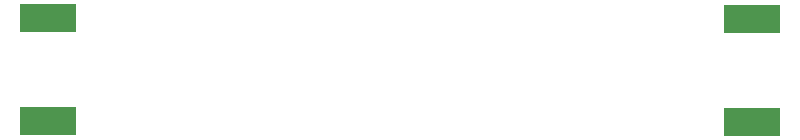
<source format=gbr>
G04 #@! TF.GenerationSoftware,KiCad,Pcbnew,5.1.2-f72e74a~84~ubuntu18.04.1*
G04 #@! TF.CreationDate,2019-08-01T22:55:58-04:00*
G04 #@! TF.ProjectId,iss-lna,6973732d-6c6e-4612-9e6b-696361645f70,rev?*
G04 #@! TF.SameCoordinates,Original*
G04 #@! TF.FileFunction,Paste,Bot*
G04 #@! TF.FilePolarity,Positive*
%FSLAX46Y46*%
G04 Gerber Fmt 4.6, Leading zero omitted, Abs format (unit mm)*
G04 Created by KiCad (PCBNEW 5.1.2-f72e74a~84~ubuntu18.04.1) date 2019-08-01 22:55:58*
%MOMM*%
%LPD*%
G04 APERTURE LIST*
%ADD10R,4.830000X2.413000*%
G04 APERTURE END LIST*
D10*
X141315000Y-53118500D03*
X141300000Y-61881500D03*
X81650000Y-61771500D03*
X81665000Y-53008500D03*
M02*

</source>
